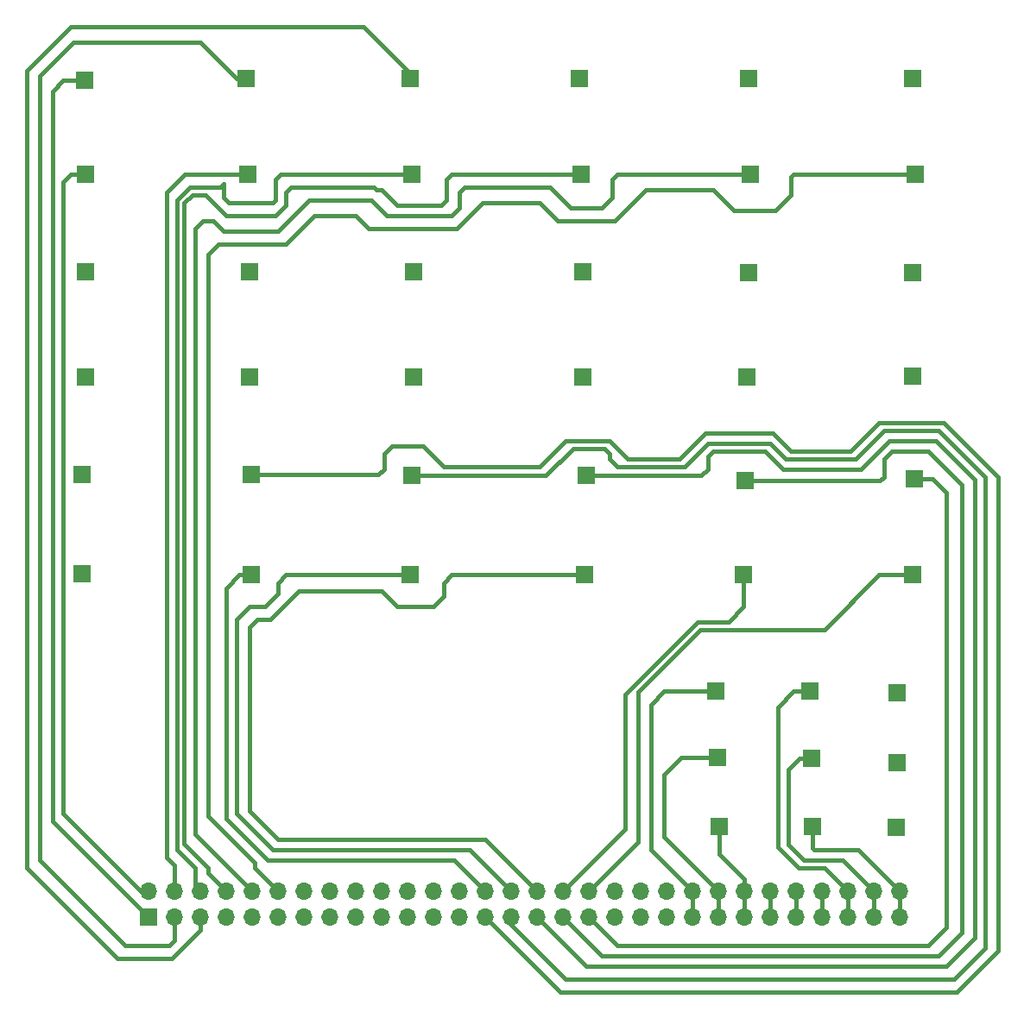
<source format=gtl>
G04 #@! TF.FileFunction,Copper,L1,Top,Signal*
%FSLAX46Y46*%
G04 Gerber Fmt 4.6, Leading zero omitted, Abs format (unit mm)*
G04 Created by KiCad (PCBNEW 4.0.7) date 03/15/18 10:01:32*
%MOMM*%
%LPD*%
G01*
G04 APERTURE LIST*
%ADD10C,0.100000*%
%ADD11R,1.700000X1.700000*%
%ADD12O,1.700000X1.700000*%
%ADD13C,0.400000*%
G04 APERTURE END LIST*
D10*
D11*
X98044000Y-148082000D03*
D12*
X98044000Y-145542000D03*
X100584000Y-148082000D03*
X100584000Y-145542000D03*
X103124000Y-148082000D03*
X103124000Y-145542000D03*
X105664000Y-148082000D03*
X105664000Y-145542000D03*
X108204000Y-148082000D03*
X108204000Y-145542000D03*
X110744000Y-148082000D03*
X110744000Y-145542000D03*
X113284000Y-148082000D03*
X113284000Y-145542000D03*
X115824000Y-148082000D03*
X115824000Y-145542000D03*
X118364000Y-148082000D03*
X118364000Y-145542000D03*
X120904000Y-148082000D03*
X120904000Y-145542000D03*
X123444000Y-148082000D03*
X123444000Y-145542000D03*
X125984000Y-148082000D03*
X125984000Y-145542000D03*
X128524000Y-148082000D03*
X128524000Y-145542000D03*
X131064000Y-148082000D03*
X131064000Y-145542000D03*
X133604000Y-148082000D03*
X133604000Y-145542000D03*
X136144000Y-148082000D03*
X136144000Y-145542000D03*
X138684000Y-148082000D03*
X138684000Y-145542000D03*
X141224000Y-148082000D03*
X141224000Y-145542000D03*
X143764000Y-148082000D03*
X143764000Y-145542000D03*
X146304000Y-148082000D03*
X146304000Y-145542000D03*
X148844000Y-148082000D03*
X148844000Y-145542000D03*
X151384000Y-148082000D03*
X151384000Y-145542000D03*
X153924000Y-148082000D03*
X153924000Y-145542000D03*
X156464000Y-148082000D03*
X156464000Y-145542000D03*
X159004000Y-148082000D03*
X159004000Y-145542000D03*
X161544000Y-148082000D03*
X161544000Y-145542000D03*
X164084000Y-148082000D03*
X164084000Y-145542000D03*
X166624000Y-148082000D03*
X166624000Y-145542000D03*
X169164000Y-148082000D03*
X169164000Y-145542000D03*
X171704000Y-148082000D03*
X171704000Y-145542000D03*
D11*
X91897619Y-75187000D03*
X107829619Y-75187000D03*
X123923619Y-75187000D03*
X140525619Y-75187000D03*
X157127619Y-75187000D03*
X173221619Y-75187000D03*
X91897619Y-95105000D03*
X107991619Y-95105000D03*
X124085619Y-95105000D03*
X140687619Y-95105000D03*
X156781619Y-95105000D03*
X173015619Y-94999000D03*
X91595619Y-114409000D03*
X108153619Y-114515000D03*
X123739619Y-114515000D03*
X140849619Y-114515000D03*
X156435619Y-114515000D03*
X173037619Y-114515000D03*
X91849619Y-66001000D03*
X107645619Y-65853000D03*
X123739619Y-65853000D03*
X140341619Y-65853000D03*
X156943619Y-65853000D03*
X173037619Y-65853000D03*
X91897619Y-84755000D03*
X107991619Y-84755000D03*
X124085619Y-84755000D03*
X140687619Y-84755000D03*
X156921619Y-84861000D03*
X173015619Y-84861000D03*
X91573619Y-104673000D03*
X108175619Y-104673000D03*
X123901619Y-104779000D03*
X141011619Y-104779000D03*
X156597619Y-105287000D03*
X173177619Y-105139000D03*
X153711619Y-125967000D03*
X153873619Y-132423000D03*
X154000619Y-139260000D03*
X171443619Y-126093000D03*
X171491619Y-132931000D03*
X171408619Y-139322000D03*
X162947619Y-125967000D03*
X163131619Y-132507000D03*
X163223619Y-139259000D03*
D13*
X91849619Y-66001000D02*
X89701000Y-66001000D01*
X88646000Y-138684000D02*
X98044000Y-148082000D01*
X88646000Y-67056000D02*
X88646000Y-138684000D01*
X89701000Y-66001000D02*
X88646000Y-67056000D01*
X91897619Y-75187000D02*
X90421000Y-75187000D01*
X89662000Y-137922000D02*
X97282000Y-145542000D01*
X89662000Y-75946000D02*
X89662000Y-137922000D01*
X90421000Y-75187000D02*
X89662000Y-75946000D01*
X97282000Y-145542000D02*
X98044000Y-145542000D01*
X107645619Y-65853000D02*
X106747000Y-65853000D01*
X100584000Y-150368000D02*
X100584000Y-148082000D01*
X100076000Y-150876000D02*
X100584000Y-150368000D01*
X95758000Y-150876000D02*
X100076000Y-150876000D01*
X87376000Y-142494000D02*
X95758000Y-150876000D01*
X87376000Y-65532000D02*
X87376000Y-142494000D01*
X90678000Y-62230000D02*
X87376000Y-65532000D01*
X103124000Y-62230000D02*
X90678000Y-62230000D01*
X106747000Y-65853000D02*
X103124000Y-62230000D01*
X107829619Y-75187000D02*
X101597000Y-75187000D01*
X100584000Y-143002000D02*
X100584000Y-145542000D01*
X99822000Y-142240000D02*
X100584000Y-143002000D01*
X99822000Y-76962000D02*
X99822000Y-142240000D01*
X101597000Y-75187000D02*
X99822000Y-76962000D01*
X123739619Y-65853000D02*
X123739619Y-65319619D01*
X123739619Y-65319619D02*
X119126000Y-60706000D01*
X119126000Y-60706000D02*
X90424000Y-60706000D01*
X90424000Y-60706000D02*
X86106000Y-65024000D01*
X86106000Y-65024000D02*
X86106000Y-143256000D01*
X86106000Y-143256000D02*
X94996000Y-152146000D01*
X94996000Y-152146000D02*
X100330000Y-152146000D01*
X100330000Y-152146000D02*
X103124000Y-149352000D01*
X103124000Y-149352000D02*
X103124000Y-148082000D01*
X123923619Y-75187000D02*
X110995000Y-75187000D01*
X102616000Y-143256000D02*
X102616000Y-145034000D01*
X100838000Y-141478000D02*
X102616000Y-143256000D01*
X100838000Y-77724000D02*
X100838000Y-141478000D01*
X102108000Y-76454000D02*
X100838000Y-77724000D01*
X105097002Y-76454000D02*
X102108000Y-76454000D01*
X105410000Y-76141002D02*
X105097002Y-76454000D01*
X105410000Y-77470000D02*
X105410000Y-76141002D01*
X105918000Y-77978000D02*
X105410000Y-77470000D01*
X110236000Y-77978000D02*
X105918000Y-77978000D01*
X110490000Y-77724000D02*
X110236000Y-77978000D01*
X110490000Y-75692000D02*
X110490000Y-77724000D01*
X110995000Y-75187000D02*
X110490000Y-75692000D01*
X102616000Y-145034000D02*
X103124000Y-145542000D01*
X140525619Y-75187000D02*
X127759000Y-75187000D01*
X103886000Y-143764000D02*
X105664000Y-145542000D01*
X103886000Y-143256000D02*
X103886000Y-143764000D01*
X101538002Y-140908002D02*
X103886000Y-143256000D01*
X101538002Y-78039998D02*
X101538002Y-140908002D01*
X102362000Y-77216000D02*
X101538002Y-78039998D01*
X103632000Y-77216000D02*
X102362000Y-77216000D01*
X104648000Y-78232000D02*
X103632000Y-77216000D01*
X105664000Y-79248000D02*
X104648000Y-78232000D01*
X110490000Y-79248000D02*
X105664000Y-79248000D01*
X111506000Y-78232000D02*
X110490000Y-79248000D01*
X111506000Y-76962000D02*
X111506000Y-78232000D01*
X112014000Y-76454000D02*
X111506000Y-76962000D01*
X120142000Y-76454000D02*
X112014000Y-76454000D01*
X120396000Y-76708000D02*
X120142000Y-76454000D01*
X120904000Y-76708000D02*
X120396000Y-76708000D01*
X122428000Y-78232000D02*
X120904000Y-76708000D01*
X126746000Y-78232000D02*
X122428000Y-78232000D01*
X127254000Y-77724000D02*
X126746000Y-78232000D01*
X127254000Y-75692000D02*
X127254000Y-77724000D01*
X127759000Y-75187000D02*
X127254000Y-75692000D01*
X110744000Y-80772000D02*
X105410000Y-80772000D01*
X157127619Y-75187000D02*
X144021000Y-75187000D01*
X105664000Y-143002000D02*
X108204000Y-145542000D01*
X102616000Y-139954000D02*
X105664000Y-143002000D01*
X102616000Y-80518000D02*
X102616000Y-139954000D01*
X103378000Y-79756000D02*
X102616000Y-80518000D01*
X104394000Y-79756000D02*
X103378000Y-79756000D01*
X105410000Y-80772000D02*
X104394000Y-79756000D01*
X113792000Y-77724000D02*
X110744000Y-80772000D01*
X119888000Y-77724000D02*
X113792000Y-77724000D01*
X121412000Y-79248000D02*
X119888000Y-77724000D01*
X127762000Y-79248000D02*
X121412000Y-79248000D01*
X128524000Y-78486000D02*
X127762000Y-79248000D01*
X128524000Y-76962000D02*
X128524000Y-78486000D01*
X129032000Y-76454000D02*
X128524000Y-76962000D01*
X137414000Y-76454000D02*
X129032000Y-76454000D01*
X139446000Y-78486000D02*
X137414000Y-76454000D01*
X142494000Y-78486000D02*
X139446000Y-78486000D01*
X143510000Y-77470000D02*
X142494000Y-78486000D01*
X143510000Y-75698000D02*
X143510000Y-77470000D01*
X144021000Y-75187000D02*
X143510000Y-75698000D01*
X173221619Y-75187000D02*
X161293000Y-75187000D01*
X108458000Y-143256000D02*
X110744000Y-145542000D01*
X108458000Y-142748000D02*
X108458000Y-143256000D01*
X103886000Y-138176000D02*
X108458000Y-142748000D01*
X103886000Y-83058000D02*
X103886000Y-138176000D01*
X104902000Y-82042000D02*
X103886000Y-83058000D01*
X111506000Y-82042000D02*
X104902000Y-82042000D01*
X114300000Y-79248000D02*
X111506000Y-82042000D01*
X118364000Y-79248000D02*
X114300000Y-79248000D01*
X119634000Y-80518000D02*
X118364000Y-79248000D01*
X128270000Y-80518000D02*
X119634000Y-80518000D01*
X130810000Y-77978000D02*
X128270000Y-80518000D01*
X136398000Y-77978000D02*
X130810000Y-77978000D01*
X138176000Y-79756000D02*
X136398000Y-77978000D01*
X143764000Y-79756000D02*
X138176000Y-79756000D01*
X146812000Y-76708000D02*
X143764000Y-79756000D01*
X153416000Y-76708000D02*
X146812000Y-76708000D01*
X155448000Y-78740000D02*
X153416000Y-76708000D01*
X159512000Y-78740000D02*
X155448000Y-78740000D01*
X161036000Y-77216000D02*
X159512000Y-78740000D01*
X161036000Y-75444000D02*
X161036000Y-77216000D01*
X161293000Y-75187000D02*
X161036000Y-75444000D01*
X108175619Y-104673000D02*
X120625000Y-104673000D01*
X138430000Y-155448000D02*
X131064000Y-148082000D01*
X177292000Y-155448000D02*
X138430000Y-155448000D01*
X181356000Y-151384000D02*
X177292000Y-155448000D01*
X181356000Y-104902000D02*
X181356000Y-151384000D01*
X176022000Y-99568000D02*
X181356000Y-104902000D01*
X169672000Y-99568000D02*
X176022000Y-99568000D01*
X166878000Y-102362000D02*
X169672000Y-99568000D01*
X161036000Y-102362000D02*
X166878000Y-102362000D01*
X159258000Y-100584000D02*
X161036000Y-102362000D01*
X152654000Y-100584000D02*
X159258000Y-100584000D01*
X150114000Y-103124000D02*
X152654000Y-100584000D01*
X145034000Y-103124000D02*
X150114000Y-103124000D01*
X143256000Y-101346000D02*
X145034000Y-103124000D01*
X138938000Y-101346000D02*
X143256000Y-101346000D01*
X136398000Y-103886000D02*
X138938000Y-101346000D01*
X127000000Y-103886000D02*
X136398000Y-103886000D01*
X124968000Y-101854000D02*
X127000000Y-103886000D01*
X121920000Y-101854000D02*
X124968000Y-101854000D01*
X121158000Y-102616000D02*
X121920000Y-101854000D01*
X121158000Y-104140000D02*
X121158000Y-102616000D01*
X120625000Y-104673000D02*
X121158000Y-104140000D01*
X108153619Y-114515000D02*
X106973000Y-114515000D01*
X128016000Y-142494000D02*
X131064000Y-145542000D01*
X109728000Y-142494000D02*
X128016000Y-142494000D01*
X105664000Y-138430000D02*
X109728000Y-142494000D01*
X105664000Y-115824000D02*
X105664000Y-138430000D01*
X106973000Y-114515000D02*
X105664000Y-115824000D01*
X133604000Y-148082000D02*
X133604000Y-148844000D01*
X133604000Y-148844000D02*
X138938000Y-154178000D01*
X138938000Y-154178000D02*
X177038000Y-154178000D01*
X177038000Y-154178000D02*
X180086000Y-151130000D01*
X180086000Y-151130000D02*
X180086000Y-104902000D01*
X180086000Y-104902000D02*
X175514000Y-100330000D01*
X175514000Y-100330000D02*
X170180000Y-100330000D01*
X170180000Y-100330000D02*
X167386000Y-103124000D01*
X167386000Y-103124000D02*
X160528000Y-103124000D01*
X160528000Y-103124000D02*
X159004000Y-101600000D01*
X159004000Y-101600000D02*
X152908000Y-101600000D01*
X152908000Y-101600000D02*
X150622000Y-103886000D01*
X150622000Y-103886000D02*
X144018000Y-103886000D01*
X144018000Y-103886000D02*
X143256000Y-103124000D01*
X143256000Y-103124000D02*
X143256000Y-102616000D01*
X143256000Y-102616000D02*
X142748000Y-102108000D01*
X142748000Y-102108000D02*
X139700000Y-102108000D01*
X139700000Y-102108000D02*
X137029000Y-104779000D01*
X137029000Y-104779000D02*
X123901619Y-104779000D01*
X123739619Y-114515000D02*
X111545000Y-114515000D01*
X129540000Y-141478000D02*
X133604000Y-145542000D01*
X110236000Y-141478000D02*
X129540000Y-141478000D01*
X106680000Y-137922000D02*
X110236000Y-141478000D01*
X106680000Y-118872000D02*
X106680000Y-137922000D01*
X107950000Y-117602000D02*
X106680000Y-118872000D01*
X109474000Y-117602000D02*
X107950000Y-117602000D01*
X110744000Y-116332000D02*
X109474000Y-117602000D01*
X110744000Y-115316000D02*
X110744000Y-116332000D01*
X111545000Y-114515000D02*
X110744000Y-115316000D01*
X141011619Y-104779000D02*
X152277000Y-104779000D01*
X140970000Y-152908000D02*
X136144000Y-148082000D01*
X176276000Y-152908000D02*
X140970000Y-152908000D01*
X179070000Y-150114000D02*
X176276000Y-152908000D01*
X179070000Y-105156000D02*
X179070000Y-150114000D01*
X175260000Y-101346000D02*
X179070000Y-105156000D01*
X170688000Y-101346000D02*
X175260000Y-101346000D01*
X167894000Y-104140000D02*
X170688000Y-101346000D01*
X160274000Y-104140000D02*
X167894000Y-104140000D01*
X158496000Y-102362000D02*
X160274000Y-104140000D01*
X153416000Y-102362000D02*
X158496000Y-102362000D01*
X152908000Y-102870000D02*
X153416000Y-102362000D01*
X152908000Y-104148000D02*
X152908000Y-102870000D01*
X152277000Y-104779000D02*
X152908000Y-104148000D01*
X140849619Y-114515000D02*
X127801000Y-114515000D01*
X131064000Y-140462000D02*
X136144000Y-145542000D01*
X110744000Y-140462000D02*
X131064000Y-140462000D01*
X107950000Y-137668000D02*
X110744000Y-140462000D01*
X107950000Y-119634000D02*
X107950000Y-137668000D01*
X108712000Y-118872000D02*
X107950000Y-119634000D01*
X109982000Y-118872000D02*
X108712000Y-118872000D01*
X112776000Y-116078000D02*
X109982000Y-118872000D01*
X120904000Y-116078000D02*
X112776000Y-116078000D01*
X122428000Y-117602000D02*
X120904000Y-116078000D01*
X125984000Y-117602000D02*
X122428000Y-117602000D01*
X127000000Y-116586000D02*
X125984000Y-117602000D01*
X127000000Y-115316000D02*
X127000000Y-116586000D01*
X127801000Y-114515000D02*
X127000000Y-115316000D01*
X156597619Y-105287000D02*
X169803000Y-105287000D01*
X142494000Y-151892000D02*
X138684000Y-148082000D01*
X175514000Y-151892000D02*
X142494000Y-151892000D01*
X177800000Y-149606000D02*
X175514000Y-151892000D01*
X177800000Y-105664000D02*
X177800000Y-149606000D01*
X174498000Y-102362000D02*
X177800000Y-105664000D01*
X170942000Y-102362000D02*
X174498000Y-102362000D01*
X170180000Y-103124000D02*
X170942000Y-102362000D01*
X170180000Y-104910000D02*
X170180000Y-103124000D01*
X169803000Y-105287000D02*
X170180000Y-104910000D01*
X156435619Y-114515000D02*
X156435619Y-117630381D01*
X144780000Y-139446000D02*
X138684000Y-145542000D01*
X144780000Y-126238000D02*
X144780000Y-139446000D01*
X151892000Y-119126000D02*
X144780000Y-126238000D01*
X154940000Y-119126000D02*
X151892000Y-119126000D01*
X156435619Y-117630381D02*
X154940000Y-119126000D01*
X173177619Y-105139000D02*
X174989000Y-105139000D01*
X144018000Y-150876000D02*
X141224000Y-148082000D01*
X174498000Y-150876000D02*
X144018000Y-150876000D01*
X176276000Y-149098000D02*
X174498000Y-150876000D01*
X176276000Y-106426000D02*
X176276000Y-149098000D01*
X174989000Y-105139000D02*
X176276000Y-106426000D01*
X173037619Y-114515000D02*
X169711000Y-114515000D01*
X146050000Y-140716000D02*
X141224000Y-145542000D01*
X146050000Y-125984000D02*
X146050000Y-140716000D01*
X152146000Y-119888000D02*
X146050000Y-125984000D01*
X164338000Y-119888000D02*
X152146000Y-119888000D01*
X169711000Y-114515000D02*
X164338000Y-119888000D01*
X151384000Y-145542000D02*
X151384000Y-148082000D01*
X153711619Y-125967000D02*
X148607000Y-125967000D01*
X147320000Y-141478000D02*
X151384000Y-145542000D01*
X147320000Y-127254000D02*
X147320000Y-141478000D01*
X148607000Y-125967000D02*
X147320000Y-127254000D01*
X153924000Y-145542000D02*
X153924000Y-148082000D01*
X153873619Y-132423000D02*
X150279000Y-132423000D01*
X148590000Y-140208000D02*
X153924000Y-145542000D01*
X148590000Y-134112000D02*
X148590000Y-140208000D01*
X150279000Y-132423000D02*
X148590000Y-134112000D01*
X156464000Y-145542000D02*
X156464000Y-148082000D01*
X154000619Y-139260000D02*
X154000619Y-141909381D01*
X156464000Y-144372762D02*
X156464000Y-145542000D01*
X154000619Y-141909381D02*
X156464000Y-144372762D01*
X159004000Y-145542000D02*
X159004000Y-148082000D01*
X161544000Y-145542000D02*
X161544000Y-148082000D01*
X164084000Y-145542000D02*
X164084000Y-148082000D01*
X166624000Y-145542000D02*
X166624000Y-148082000D01*
X162947619Y-125967000D02*
X161307000Y-125967000D01*
X164338000Y-143256000D02*
X166624000Y-145542000D01*
X161798000Y-143256000D02*
X164338000Y-143256000D01*
X159766000Y-141224000D02*
X161798000Y-143256000D01*
X159766000Y-127508000D02*
X159766000Y-141224000D01*
X161307000Y-125967000D02*
X159766000Y-127508000D01*
X169164000Y-145542000D02*
X169164000Y-148082000D01*
X163131619Y-132507000D02*
X161879000Y-132507000D01*
X166116000Y-142494000D02*
X169164000Y-145542000D01*
X162306000Y-142494000D02*
X166116000Y-142494000D01*
X160782000Y-140970000D02*
X162306000Y-142494000D01*
X160782000Y-133604000D02*
X160782000Y-140970000D01*
X161879000Y-132507000D02*
X160782000Y-133604000D01*
X171704000Y-145542000D02*
X171704000Y-148082000D01*
X163223619Y-139259000D02*
X163223619Y-141379619D01*
X167640000Y-141478000D02*
X171704000Y-145542000D01*
X163322000Y-141478000D02*
X167640000Y-141478000D01*
X163223619Y-141379619D02*
X163322000Y-141478000D01*
M02*

</source>
